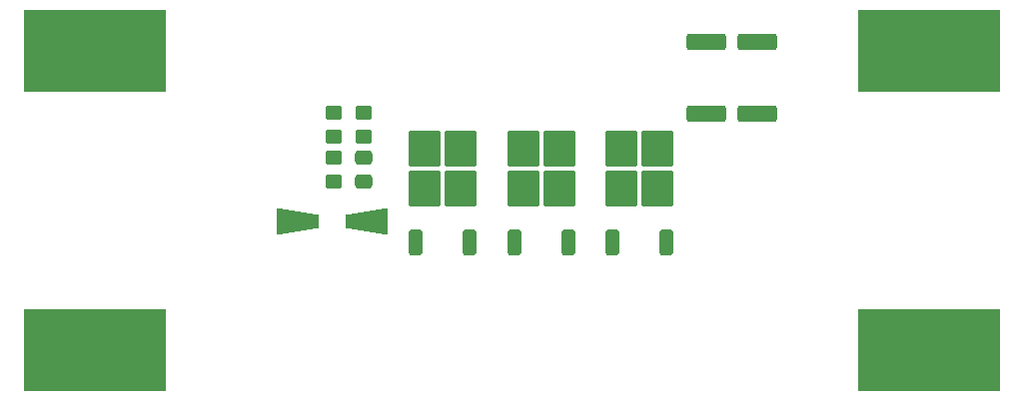
<source format=gbr>
%TF.GenerationSoftware,KiCad,Pcbnew,7.0.2*%
%TF.CreationDate,2023-07-12T23:29:32-04:00*%
%TF.ProjectId,Anti-Spark Switch,416e7469-2d53-4706-9172-6b2053776974,rev?*%
%TF.SameCoordinates,Original*%
%TF.FileFunction,Paste,Top*%
%TF.FilePolarity,Positive*%
%FSLAX46Y46*%
G04 Gerber Fmt 4.6, Leading zero omitted, Abs format (unit mm)*
G04 Created by KiCad (PCBNEW 7.0.2) date 2023-07-12 23:29:32*
%MOMM*%
%LPD*%
G01*
G04 APERTURE LIST*
G04 Aperture macros list*
%AMRoundRect*
0 Rectangle with rounded corners*
0 $1 Rounding radius*
0 $2 $3 $4 $5 $6 $7 $8 $9 X,Y pos of 4 corners*
0 Add a 4 corners polygon primitive as box body*
4,1,4,$2,$3,$4,$5,$6,$7,$8,$9,$2,$3,0*
0 Add four circle primitives for the rounded corners*
1,1,$1+$1,$2,$3*
1,1,$1+$1,$4,$5*
1,1,$1+$1,$6,$7*
1,1,$1+$1,$8,$9*
0 Add four rect primitives between the rounded corners*
20,1,$1+$1,$2,$3,$4,$5,0*
20,1,$1+$1,$4,$5,$6,$7,0*
20,1,$1+$1,$6,$7,$8,$9,0*
20,1,$1+$1,$8,$9,$2,$3,0*%
%AMOutline4P*
0 Free polygon, 4 corners , with rotation*
0 The origin of the aperture is its center*
0 number of corners: always 4*
0 $1 to $8 corner X, Y*
0 $9 Rotation angle, in degrees counterclockwise*
0 create outline with 4 corners*
4,1,4,$1,$2,$3,$4,$5,$6,$7,$8,$1,$2,$9*%
G04 Aperture macros list end*
%ADD10RoundRect,0.250000X1.125000X-1.275000X1.125000X1.275000X-1.125000X1.275000X-1.125000X-1.275000X0*%
%ADD11RoundRect,0.250000X0.350000X-0.850000X0.350000X0.850000X-0.350000X0.850000X-0.350000X-0.850000X0*%
%ADD12R,12.000000X7.000000*%
%ADD13RoundRect,0.249999X-1.425001X0.450001X-1.425001X-0.450001X1.425001X-0.450001X1.425001X0.450001X0*%
%ADD14Outline4P,-1.800000X-1.150000X1.800000X-0.550000X1.800000X0.550000X-1.800000X1.150000X0.000000*%
%ADD15Outline4P,-1.800000X-1.150000X1.800000X-0.550000X1.800000X0.550000X-1.800000X1.150000X180.000000*%
%ADD16RoundRect,0.250000X0.450000X-0.350000X0.450000X0.350000X-0.450000X0.350000X-0.450000X-0.350000X0*%
%ADD17RoundRect,0.250000X-0.475000X0.337500X-0.475000X-0.337500X0.475000X-0.337500X0.475000X0.337500X0*%
%ADD18RoundRect,0.250000X-0.450000X0.350000X-0.450000X-0.350000X0.450000X-0.350000X0.450000X0.350000X0*%
G04 APERTURE END LIST*
D10*
%TO.C,Q3*%
X163190000Y-103715000D03*
X160140000Y-100365000D03*
X160140000Y-103715000D03*
X163190000Y-100365000D03*
D11*
X163945000Y-108340000D03*
X159385000Y-108340000D03*
%TD*%
D10*
%TO.C,Q2*%
X154935000Y-103715000D03*
X151885000Y-100365000D03*
X151885000Y-103715000D03*
X154935000Y-100365000D03*
D11*
X155690000Y-108340000D03*
X151130000Y-108340000D03*
%TD*%
%TO.C,Q1*%
X142760000Y-108340000D03*
X147320000Y-108340000D03*
D10*
X146565000Y-100365000D03*
X143515000Y-103715000D03*
X143515000Y-100365000D03*
X146565000Y-103715000D03*
%TD*%
D12*
%TO.C,IN-*%
X115570000Y-117475000D03*
%TD*%
%TO.C,OUT+*%
X186220000Y-92075000D03*
%TD*%
%TO.C,IN+*%
X115570000Y-92075000D03*
%TD*%
%TO.C,OUT-*%
X186220000Y-117475000D03*
%TD*%
D13*
%TO.C,R5*%
X167386000Y-97411000D03*
X167386000Y-91311000D03*
%TD*%
%TO.C,R4*%
X171679000Y-97411000D03*
X171679000Y-91311000D03*
%TD*%
D14*
%TO.C,D1*%
X132774000Y-106509000D03*
D15*
X138574000Y-106509000D03*
%TD*%
D16*
%TO.C,R3*%
X138303000Y-97330000D03*
X138303000Y-99330000D03*
%TD*%
D17*
%TO.C,C1*%
X138303000Y-103199000D03*
X138303000Y-101124000D03*
%TD*%
D18*
%TO.C,R2*%
X135763000Y-99314000D03*
X135763000Y-97314000D03*
%TD*%
%TO.C,R1*%
X135763000Y-101124000D03*
X135763000Y-103124000D03*
%TD*%
M02*

</source>
